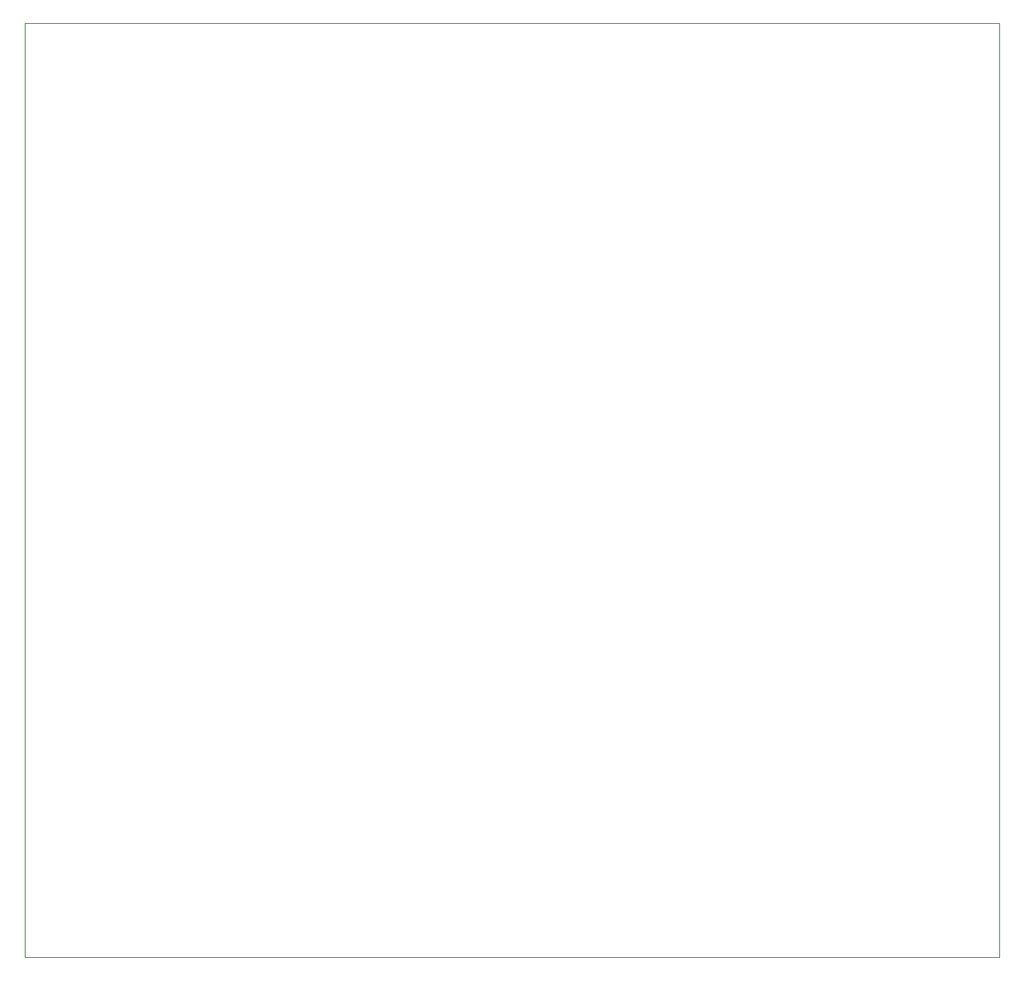
<source format=gm1>
G04 #@! TF.FileFunction,Profile,NP*
%FSLAX46Y46*%
G04 Gerber Fmt 4.6, Leading zero omitted, Abs format (unit mm)*
G04 Created by KiCad (PCBNEW 4.0.3+e1-6302~38~ubuntu14.04.1-stable) date Wed Jul 12 07:56:50 2017*
%MOMM*%
%LPD*%
G01*
G04 APERTURE LIST*
%ADD10C,0.100000*%
G04 APERTURE END LIST*
D10*
X45000000Y-125900000D02*
X45000000Y-30000000D01*
X145000000Y-125900000D02*
X45000000Y-125900000D01*
X145000000Y-30000000D02*
X145000000Y-125900000D01*
X45000000Y-30000000D02*
X145000000Y-30000000D01*
M02*

</source>
